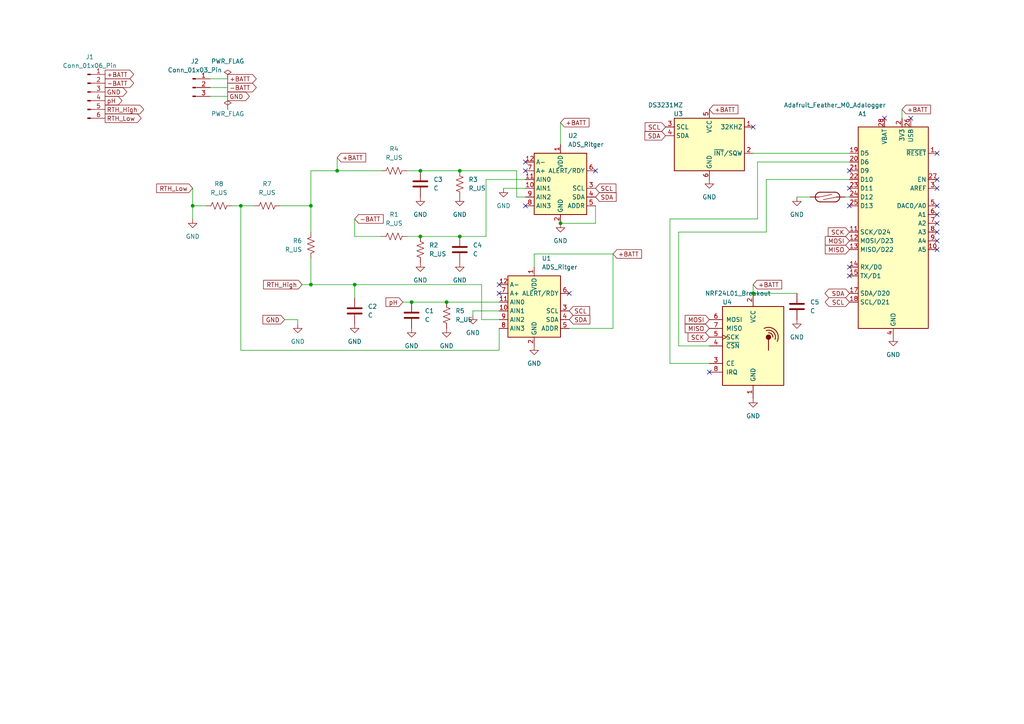
<source format=kicad_sch>
(kicad_sch (version 20230121) (generator eeschema)
  (paper "A4")
  (lib_symbols
    (symbol "Analog_ADC:ADS_Ritger"
      (property "Reference" "U" (at 2.54 13.97 0))
      (property "Value" "ADS_Ritger" (at 7.62 11.43 0))
      (symbol "ADS_Ritger_0_1"
        (rectangle (start -7.62 10.16) (end 7.62 -7.62) (stroke (width 0.254)) (fill (type background)))
      )
      (symbol "ADS_Ritger_1_1"
        (pin power_in line (at 0 12.7 270) (length 2.54) (name "VDD") (number "1"))
        (pin input line (at -10.16 0 0) (length 2.54) (name "AIN1") (number "10"))
        (pin input line (at -10.16 2.54 0) (length 2.54) (name "AIN0") (number "11"))
        (pin input line (at -10.16 7.62 0) (length 2.54) (name "A-") (number "12"))
        (pin power_in line (at 0 -10.16 90) (length 2.54) (name "GND") (number "2"))
        (pin input line (at 10.16 0 180) (length 2.54) (name "SCL") (number "3"))
        (pin bidirectional line (at 10.16 -2.54 180) (length 2.54) (name "SDA") (number "4"))
        (pin input line (at 10.16 -5.08 180) (length 2.54) (name "ADDR") (number "5"))
        (pin output line (at 10.16 5.08 180) (length 2.54) (name "ALERT/RDY") (number "6"))
        (pin input line (at -10.16 5.08 0) (length 2.54) (name "A+") (number "7"))
        (pin input line (at -10.16 -5.08 0) (length 2.54) (name "AIN3") (number "8"))
        (pin input line (at -10.16 -2.54 0) (length 2.54) (name "AIN2") (number "9"))
      )
    )
    (symbol "Connector:Conn_01x03_Pin" (pin_names (offset 1.016) hide)
      (property "Reference" "J" (at 0 5.08 0))
      (property "Value" "Conn_01x03_Pin" (at 0 -5.08 0))
      (symbol "Conn_01x03_Pin_1_1"
        (polyline (pts (xy 1.27 -2.54) (xy 0.8636 -2.54)) (stroke (width 0.1524)))
        (polyline (pts (xy 1.27 0) (xy 0.8636 0)) (stroke (width 0.1524)))
        (polyline (pts (xy 1.27 2.54) (xy 0.8636 2.54)) (stroke (width 0.1524)))
        (rectangle (start 0.8636 -2.413) (end 0 -2.667) (stroke (width 0.1524)) (fill (type outline)))
        (rectangle (start 0.8636 0.127) (end 0 -0.127) (stroke (width 0.1524)) (fill (type outline)))
        (rectangle (start 0.8636 2.667) (end 0 2.413) (stroke (width 0.1524)) (fill (type outline)))
        (pin passive line (at 5.08 2.54 180) (length 3.81) (name "Pin_1") (number "1"))
        (pin passive line (at 5.08 0 180) (length 3.81) (name "Pin_2") (number "2"))
        (pin passive line (at 5.08 -2.54 180) (length 3.81) (name "Pin_3") (number "3"))
      )
    )
    (symbol "Connector:Conn_01x06_Pin" (pin_names (offset 1.016) hide)
      (property "Reference" "J" (at 0 7.62 0))
      (property "Value" "Conn_01x06_Pin" (at 0 -10.16 0))
      (symbol "Conn_01x06_Pin_1_1"
        (polyline (pts (xy 1.27 -7.62) (xy 0.8636 -7.62)) (stroke (width 0.1524)))
        (polyline (pts (xy 1.27 -5.08) (xy 0.8636 -5.08)) (stroke (width 0.1524)))
        (polyline (pts (xy 1.27 -2.54) (xy 0.8636 -2.54)) (stroke (width 0.1524)))
        (polyline (pts (xy 1.27 0) (xy 0.8636 0)) (stroke (width 0.1524)))
        (polyline (pts (xy 1.27 2.54) (xy 0.8636 2.54)) (stroke (width 0.1524)))
        (polyline (pts (xy 1.27 5.08) (xy 0.8636 5.08)) (stroke (width 0.1524)))
        (rectangle (start 0.8636 -7.493) (end 0 -7.747) (stroke (width 0.1524)) (fill (type outline)))
        (rectangle (start 0.8636 -4.953) (end 0 -5.207) (stroke (width 0.1524)) (fill (type outline)))
        (rectangle (start 0.8636 -2.413) (end 0 -2.667) (stroke (width 0.1524)) (fill (type outline)))
        (rectangle (start 0.8636 0.127) (end 0 -0.127) (stroke (width 0.1524)) (fill (type outline)))
        (rectangle (start 0.8636 2.667) (end 0 2.413) (stroke (width 0.1524)) (fill (type outline)))
        (rectangle (start 0.8636 5.207) (end 0 4.953) (stroke (width 0.1524)) (fill (type outline)))
        (pin passive line (at 5.08 5.08 180) (length 3.81) (name "Pin_1") (number "1"))
        (pin passive line (at 5.08 2.54 180) (length 3.81) (name "Pin_2") (number "2"))
        (pin passive line (at 5.08 0 180) (length 3.81) (name "Pin_3") (number "3"))
        (pin passive line (at 5.08 -2.54 180) (length 3.81) (name "Pin_4") (number "4"))
        (pin passive line (at 5.08 -5.08 180) (length 3.81) (name "Pin_5") (number "5"))
        (pin passive line (at 5.08 -7.62 180) (length 3.81) (name "Pin_6") (number "6"))
      )
    )
    (symbol "Device:C" (pin_numbers hide) (pin_names (offset 0.254))
      (property "Reference" "C" (at 0.635 2.54 0))
      (property "Value" "C" (at 0.635 -2.54 0))
      (symbol "C_0_1"
        (polyline (pts (xy -2.032 -0.762) (xy 2.032 -0.762)) (stroke (width 0.508)))
        (polyline (pts (xy -2.032 0.762) (xy 2.032 0.762)) (stroke (width 0.508)))
      )
      (symbol "C_1_1"
        (pin passive line (at 0 3.81 270) (length 2.794) (name "~") (number "1"))
        (pin passive line (at 0 -3.81 90) (length 2.794) (name "~") (number "2"))
      )
    )
    (symbol "Device:R_US" (pin_numbers hide) (pin_names (offset 0))
      (property "Reference" "R" (at 2.54 0 90))
      (property "Value" "R_US" (at -2.54 0 90))
      (symbol "R_US_0_1"
        (polyline (pts (xy 0 -2.286) (xy 0 -2.54)))
        (polyline (pts (xy 0 2.286) (xy 0 2.54)))
        (polyline (pts (xy 0 -0.762) (xy 1.016 -1.143) (xy 0 -1.524) (xy -1.016 -1.905) (xy 0 -2.286)))
        (polyline (pts (xy 0 0.762) (xy 1.016 0.381) (xy 0 0) (xy -1.016 -0.381) (xy 0 -0.762)))
        (polyline (pts (xy 0 2.286) (xy 1.016 1.905) (xy 0 1.524) (xy -1.016 1.143) (xy 0 0.762)))
      )
      (symbol "R_US_1_1"
        (pin passive line (at 0 3.81 270) (length 1.27) (name "~") (number "1"))
        (pin passive line (at 0 -3.81 90) (length 1.27) (name "~") (number "2"))
      )
    )
    (symbol "MCU_Module:Adafruit_Feather_M0_Adalogger"
      (property "Reference" "A" (at -10.16 29.21 0))
      (property "Value" "Adafruit_Feather_M0_Adalogger" (at 2.54 -31.75 0))
      (symbol "Adafruit_Feather_M0_Adalogger_0_1"
        (rectangle (start -10.16 27.94) (end 10.16 -30.48) (stroke (width 0.254)) (fill (type background)))
      )
      (symbol "Adafruit_Feather_M0_Adalogger_1_1"
        (pin input line (at 12.7 20.32 180) (length 2.54) (name "~{RESET}") (number "1"))
        (pin bidirectional line (at 12.7 -7.62 180) (length 2.54) (name "A5") (number "10"))
        (pin bidirectional line (at -12.7 -2.54 0) (length 2.54) (name "SCK/D24") (number "11"))
        (pin bidirectional line (at -12.7 -5.08 0) (length 2.54) (name "MOSI/D23") (number "12"))
        (pin bidirectional line (at -12.7 -7.62 0) (length 2.54) (name "MISO/D22") (number "13"))
        (pin bidirectional line (at -12.7 -12.7 0) (length 2.54) (name "RX/D0") (number "14"))
        (pin bidirectional line (at -12.7 -15.24 0) (length 2.54) (name "TX/D1") (number "15"))
        (pin passive line (at 0 -33.02 90) (length 2.54) hide (name "GND") (number "16"))
        (pin bidirectional line (at -12.7 -20.32 0) (length 2.54) (name "SDA/D20") (number "17"))
        (pin bidirectional line (at -12.7 -22.86 0) (length 2.54) (name "SCL/D21") (number "18"))
        (pin bidirectional line (at -12.7 20.32 0) (length 2.54) (name "D5") (number "19"))
        (pin power_in line (at 2.54 30.48 270) (length 2.54) (name "3V3") (number "2"))
        (pin bidirectional line (at -12.7 17.78 0) (length 2.54) (name "D6") (number "20"))
        (pin bidirectional line (at -12.7 15.24 0) (length 2.54) (name "D9") (number "21"))
        (pin bidirectional line (at -12.7 12.7 0) (length 2.54) (name "D10") (number "22"))
        (pin bidirectional line (at -12.7 10.16 0) (length 2.54) (name "D11") (number "23"))
        (pin bidirectional line (at -12.7 7.62 0) (length 2.54) (name "D12") (number "24"))
        (pin bidirectional line (at -12.7 5.08 0) (length 2.54) (name "D13") (number "25"))
        (pin power_in line (at 5.08 30.48 270) (length 2.54) (name "USB") (number "26"))
        (pin input line (at 12.7 12.7 180) (length 2.54) (name "EN") (number "27"))
        (pin power_in line (at -2.54 30.48 270) (length 2.54) (name "VBAT") (number "28"))
        (pin input line (at 12.7 10.16 180) (length 2.54) (name "AREF") (number "3"))
        (pin power_in line (at 0 -33.02 90) (length 2.54) (name "GND") (number "4"))
        (pin bidirectional line (at 12.7 5.08 180) (length 2.54) (name "DAC0/A0") (number "5"))
        (pin bidirectional line (at 12.7 2.54 180) (length 2.54) (name "A1") (number "6"))
        (pin bidirectional line (at 12.7 0 180) (length 2.54) (name "A2") (number "7"))
        (pin bidirectional line (at 12.7 -2.54 180) (length 2.54) (name "A3") (number "8"))
        (pin bidirectional line (at 12.7 -5.08 180) (length 2.54) (name "A4") (number "9"))
      )
    )
    (symbol "RF:NRF24L01_Breakout" (pin_names (offset 1.016))
      (property "Reference" "U" (at -8.89 12.7 0))
      (property "Value" "NRF24L01_Breakout" (at 3.81 12.7 0))
      (symbol "NRF24L01_Breakout_0_1"
        (rectangle (start -8.89 11.43) (end 8.89 -11.43) (stroke (width 0.254)) (fill (type background)))
        (polyline (pts (xy 4.445 1.905) (xy 4.445 -1.27)) (stroke (width 0.254)))
        (circle (center 4.445 2.54) (radius 0.635) (stroke (width 0.254)) (fill (type outline)))
        (arc (start 5.715 2.54) (mid 5.3521 3.4546) (end 4.445 3.81) (stroke (width 0.254)))
        (arc (start 6.35 1.905) (mid 5.8763 3.9854) (end 3.81 4.445) (stroke (width 0.254)))
        (arc (start 6.985 1.27) (mid 6.453 4.548) (end 3.175 5.08) (stroke (width 0.254)))
      )
      (symbol "NRF24L01_Breakout_1_1"
        (pin power_in line (at 0 -15.24 90) (length 3.81) (name "GND") (number "1"))
        (pin power_in line (at 0 15.24 270) (length 3.81) (name "VCC") (number "2"))
        (pin input line (at -12.7 -5.08 0) (length 3.81) (name "CE") (number "3"))
        (pin input line (at -12.7 0 0) (length 3.81) (name "~{CSN}") (number "4"))
        (pin input clock (at -12.7 2.54 0) (length 3.81) (name "SCK") (number "5"))
        (pin input line (at -12.7 7.62 0) (length 3.81) (name "MOSI") (number "6"))
        (pin output line (at -12.7 5.08 0) (length 3.81) (name "MISO") (number "7"))
        (pin output line (at -12.7 -7.62 0) (length 3.81) (name "IRQ") (number "8"))
      )
    )
    (symbol "Switch:SW_Reed" (pin_numbers hide) (pin_names (offset 0) hide)
      (property "Reference" "SW" (at 0 2.54 0))
      (property "Value" "SW_Reed" (at 0 -2.54 0))
      (symbol "SW_Reed_0_0"
        (arc (start -2.159 1.397) (mid -3.55 0) (end -2.159 -1.397) (stroke (width 0.254)))
        (polyline (pts (xy -2.54 0) (xy 1.27 0.762)))
        (polyline (pts (xy -2.159 -1.397) (xy 2.286 -1.397)) (stroke (width 0.254)))
        (polyline (pts (xy 2.159 1.397) (xy -2.159 1.397)) (stroke (width 0.254)))
        (polyline (pts (xy 2.54 0) (xy -1.27 -0.762)))
        (arc (start 2.159 -1.397) (mid 3.55 0) (end 2.159 1.397) (stroke (width 0.254)))
      )
      (symbol "SW_Reed_1_1"
        (pin passive line (at -5.08 0 0) (length 2.54) (name "1") (number "1"))
        (pin passive line (at 5.08 0 180) (length 2.54) (name "2") (number "2"))
      )
    )
    (symbol "Timer_RTC:DS3231MZ"
      (property "Reference" "U" (at -7.62 8.89 0))
      (property "Value" "DS3231MZ" (at 11.43 8.89 0))
      (symbol "DS3231MZ_0_1"
        (rectangle (start -10.16 7.62) (end 10.16 -7.62) (stroke (width 0.254)) (fill (type background)))
      )
      (symbol "DS3231MZ_1_1"
        (pin open_collector line (at 12.7 5.08 180) (length 2.54) (name "32KHZ") (number "1"))
        (pin open_collector line (at 12.7 -2.54 180) (length 2.54) (name "~{INT}/SQW") (number "2"))
        (pin input line (at -12.7 5.08 0) (length 2.54) (name "SCL") (number "3"))
        (pin bidirectional line (at -12.7 2.54 0) (length 2.54) (name "SDA") (number "4"))
        (pin power_in line (at 0 10.16 270) (length 2.54) (name "VCC") (number "5"))
        (pin power_in line (at 0 -10.16 90) (length 2.54) (name "GND") (number "6"))
      )
    )
    (symbol "power:GND" (power) (pin_names (offset 0))
      (property "Value" "GND" (at 0 -3.81 0))
      (symbol "GND_0_1"
        (polyline (pts (xy 0 0) (xy 0 -1.27) (xy 1.27 -1.27) (xy 0 -2.54) (xy -1.27 -1.27) (xy 0 -1.27)))
      )
      (symbol "GND_1_1"
        (pin power_in line (at 0 0 270) (length 0) hide (name "GND") (number "1"))
      )
    )
    (symbol "power:PWR_FLAG" (power) (pin_numbers hide) (pin_names (offset 0) hide)
      (property "Value" "PWR_FLAG" (at 0 3.81 0))
      (symbol "PWR_FLAG_0_0"
        (pin power_out line (at 0 0 90) (length 0) (name "pwr") (number "1"))
      )
      (symbol "PWR_FLAG_0_1"
        (polyline (pts (xy 0 0) (xy 0 1.27) (xy -1.016 1.905) (xy 0 2.54) (xy 1.016 1.905) (xy 0 1.27)))
      )
    )
  )
  (junction (at 102.87 82.55))
  (junction (at 121.92 68.58))
  (junction (at 55.88 59.69))
  (junction (at 90.17 82.55))
  (junction (at 119.38 87.63))
  (junction (at 69.85 59.69))
  (junction (at 133.35 49.53))
  (junction (at 133.35 68.58))
  (junction (at 97.79 49.53))
  (junction (at 90.17 59.69))
  (junction (at 162.56 64.77))
  (junction (at 129.54 87.63))
  (junction (at 121.92 49.53))
  (junction (at 218.44 85.09))
  (no_connect (at 165.1 85.09))
  (no_connect (at 271.78 52.07))
  (no_connect (at 144.78 82.55))
  (no_connect (at 205.74 107.95))
  (no_connect (at 246.38 54.61))
  (no_connect (at 271.78 59.69))
  (no_connect (at 152.4 59.69))
  (no_connect (at 152.4 46.99))
  (no_connect (at 264.16 34.29))
  (no_connect (at 271.78 54.61))
  (no_connect (at 218.44 36.83))
  (no_connect (at 271.78 44.45))
  (no_connect (at 271.78 62.23))
  (no_connect (at 271.78 72.39))
  (no_connect (at 246.38 80.01))
  (no_connect (at 271.78 69.85))
  (no_connect (at 172.72 49.53))
  (no_connect (at 152.4 49.53))
  (no_connect (at 246.38 77.47))
  (no_connect (at 246.38 49.53))
  (no_connect (at 271.78 67.31))
  (no_connect (at 271.78 64.77))
  (no_connect (at 256.54 34.29))
  (no_connect (at 246.38 59.69))
  (no_connect (at 144.78 85.09))
  (wire (pts (xy 219.71 46.99) (xy 219.71 63.5)))
  (wire (pts (xy 162.56 64.77) (xy 172.72 64.77)))
  (wire (pts (xy 55.88 59.69) (xy 55.88 54.61)))
  (wire (pts (xy 97.79 49.53) (xy 97.79 45.72)))
  (wire (pts (xy 116.84 87.63) (xy 119.38 87.63)))
  (wire (pts (xy 69.85 59.69) (xy 73.66 59.69)))
  (wire (pts (xy 97.79 49.53) (xy 110.49 49.53)))
  (wire (pts (xy 121.92 49.53) (xy 133.35 49.53)))
  (wire (pts (xy 219.71 46.99) (xy 246.38 46.99)))
  (wire (pts (xy 90.17 59.69) (xy 90.17 49.53)))
  (wire (pts (xy 165.1 95.25) (xy 177.8 95.25)))
  (wire (pts (xy 66.04 27.94) (xy 60.96 27.94)))
  (wire (pts (xy 218.44 85.09) (xy 231.14 85.09)))
  (wire (pts (xy 139.7 92.71) (xy 139.7 82.55)))
  (wire (pts (xy 66.04 27.94) (xy 66.04 31.75)))
  (wire (pts (xy 218.44 82.55) (xy 218.44 85.09)))
  (wire (pts (xy 67.31 59.69) (xy 69.85 59.69)))
  (wire (pts (xy 137.16 90.17) (xy 144.78 90.17)))
  (wire (pts (xy 140.97 52.07) (xy 152.4 52.07)))
  (wire (pts (xy 246.38 44.45) (xy 218.44 44.45)))
  (wire (pts (xy 149.86 49.53) (xy 149.86 57.15)))
  (wire (pts (xy 137.16 90.17) (xy 137.16 91.44)))
  (wire (pts (xy 194.31 63.5) (xy 194.31 105.41)))
  (wire (pts (xy 55.88 59.69) (xy 59.69 59.69)))
  (wire (pts (xy 177.8 95.25) (xy 177.8 73.66)))
  (wire (pts (xy 118.11 49.53) (xy 121.92 49.53)))
  (wire (pts (xy 102.87 82.55) (xy 102.87 86.36)))
  (wire (pts (xy 149.86 57.15) (xy 152.4 57.15)))
  (wire (pts (xy 55.88 63.5) (xy 55.88 59.69)))
  (wire (pts (xy 66.04 22.86) (xy 60.96 22.86)))
  (wire (pts (xy 146.05 54.61) (xy 152.4 54.61)))
  (wire (pts (xy 139.7 92.71) (xy 144.78 92.71)))
  (wire (pts (xy 144.78 101.6) (xy 144.78 95.25)))
  (wire (pts (xy 144.78 101.6) (xy 69.85 101.6)))
  (wire (pts (xy 222.25 67.31) (xy 196.85 67.31)))
  (wire (pts (xy 119.38 87.63) (xy 129.54 87.63)))
  (wire (pts (xy 133.35 68.58) (xy 140.97 68.58)))
  (wire (pts (xy 154.94 73.66) (xy 154.94 77.47)))
  (wire (pts (xy 196.85 100.33) (xy 205.74 100.33)))
  (wire (pts (xy 90.17 74.93) (xy 90.17 82.55)))
  (wire (pts (xy 102.87 68.58) (xy 102.87 63.5)))
  (wire (pts (xy 69.85 59.69) (xy 69.85 101.6)))
  (wire (pts (xy 172.72 59.69) (xy 172.72 64.77)))
  (wire (pts (xy 102.87 68.58) (xy 110.49 68.58)))
  (wire (pts (xy 90.17 67.31) (xy 90.17 59.69)))
  (wire (pts (xy 231.14 57.15) (xy 234.95 57.15)))
  (wire (pts (xy 121.92 68.58) (xy 133.35 68.58)))
  (wire (pts (xy 245.11 57.15) (xy 246.38 57.15)))
  (wire (pts (xy 162.56 35.56) (xy 162.56 41.91)))
  (wire (pts (xy 219.71 63.5) (xy 194.31 63.5)))
  (wire (pts (xy 86.36 93.98) (xy 86.36 92.71)))
  (wire (pts (xy 129.54 87.63) (xy 144.78 87.63)))
  (wire (pts (xy 90.17 49.53) (xy 97.79 49.53)))
  (wire (pts (xy 261.62 31.75) (xy 261.62 34.29)))
  (wire (pts (xy 222.25 52.07) (xy 222.25 67.31)))
  (wire (pts (xy 246.38 52.07) (xy 222.25 52.07)))
  (wire (pts (xy 86.36 92.71) (xy 82.55 92.71)))
  (wire (pts (xy 196.85 67.31) (xy 196.85 100.33)))
  (wire (pts (xy 60.96 25.4) (xy 66.04 25.4)))
  (wire (pts (xy 177.8 73.66) (xy 154.94 73.66)))
  (wire (pts (xy 102.87 82.55) (xy 139.7 82.55)))
  (wire (pts (xy 81.28 59.69) (xy 90.17 59.69)))
  (wire (pts (xy 118.11 68.58) (xy 121.92 68.58)))
  (wire (pts (xy 194.31 105.41) (xy 205.74 105.41)))
  (wire (pts (xy 133.35 49.53) (xy 149.86 49.53)))
  (wire (pts (xy 87.63 82.55) (xy 90.17 82.55)))
  (wire (pts (xy 90.17 82.55) (xy 102.87 82.55)))
  (wire (pts (xy 140.97 68.58) (xy 140.97 52.07)))
  (global_label "SDA" (shape bidirectional) (at 246.38 85.09 180) (property "Intersheetrefs" "${INTERSHEET_REFS}" (effects hide)))
  (global_label "SCK" (shape input) (at 246.38 67.31 180) (property "Intersheetrefs" "${INTERSHEET_REFS}" (effects hide)))
  (global_label "+BATT" (shape input) (at 218.44 82.55 0) (property "Intersheetrefs" "${INTERSHEET_REFS}" (effects hide)))
  (global_label "+BATT" (shape input) (at 177.8 73.66 0) (property "Intersheetrefs" "${INTERSHEET_REFS}" (effects hide)))
  (global_label "-BATT" (shape output) (at 66.04 25.4 0) (property "Intersheetrefs" "${INTERSHEET_REFS}" (effects hide)))
  (global_label "RTH_Low" (shape input) (at 55.88 54.61 180) (property "Intersheetrefs" "${INTERSHEET_REFS}" (effects hide)))
  (global_label "+BATT" (shape output) (at 66.04 22.86 0) (property "Intersheetrefs" "${INTERSHEET_REFS}" (effects hide)))
  (global_label "SCL" (shape input) (at 193.04 36.83 180) (property "Intersheetrefs" "${INTERSHEET_REFS}" (effects hide)))
  (global_label "-BATT" (shape output) (at 30.48 24.13 0) (property "Intersheetrefs" "${INTERSHEET_REFS}" (effects hide)))
  (global_label "MISO" (shape input) (at 205.74 95.25 180) (property "Intersheetrefs" "${INTERSHEET_REFS}" (effects hide)))
  (global_label "+BATT" (shape input) (at 261.62 31.75 0) (property "Intersheetrefs" "${INTERSHEET_REFS}" (effects hide)))
  (global_label "-BATT" (shape input) (at 102.87 63.5 0) (property "Intersheetrefs" "${INTERSHEET_REFS}" (effects hide)))
  (global_label "MOSI" (shape input) (at 246.38 69.85 180) (property "Intersheetrefs" "${INTERSHEET_REFS}" (effects hide)))
  (global_label "SCL" (shape input) (at 172.72 54.61 0) (property "Intersheetrefs" "${INTERSHEET_REFS}" (effects hide)))
  (global_label "SCL" (shape bidirectional) (at 246.38 87.63 180) (property "Intersheetrefs" "${INTERSHEET_REFS}" (effects hide)))
  (global_label "SDA" (shape input) (at 172.72 57.15 0) (property "Intersheetrefs" "${INTERSHEET_REFS}" (effects hide)))
  (global_label "SCK" (shape input) (at 205.74 97.79 180) (property "Intersheetrefs" "${INTERSHEET_REFS}" (effects hide)))
  (global_label "pH" (shape output) (at 30.48 29.21 0) (property "Intersheetrefs" "${INTERSHEET_REFS}" (effects hide)))
  (global_label "RTH_High" (shape input) (at 87.63 82.55 180) (property "Intersheetrefs" "${INTERSHEET_REFS}" (effects hide)))
  (global_label "+BATT" (shape input) (at 205.74 31.75 0) (property "Intersheetrefs" "${INTERSHEET_REFS}" (effects hide)))
  (global_label "GND" (shape input) (at 82.55 92.71 180) (property "Intersheetrefs" "${INTERSHEET_REFS}" (effects hide)))
  (global_label "SCL" (shape input) (at 165.1 90.17 0) (property "Intersheetrefs" "${INTERSHEET_REFS}" (effects hide)))
  (global_label "GND" (shape output) (at 30.48 26.67 0) (property "Intersheetrefs" "${INTERSHEET_REFS}" (effects hide)))
  (global_label "RTH_High" (shape output) (at 30.48 31.75 0) (property "Intersheetrefs" "${INTERSHEET_REFS}" (effects hide)))
  (global_label "SDA" (shape input) (at 193.04 39.37 180) (property "Intersheetrefs" "${INTERSHEET_REFS}" (effects hide)))
  (global_label "GND" (shape output) (at 66.04 27.94 0) (property "Intersheetrefs" "${INTERSHEET_REFS}" (effects hide)))
  (global_label "+BATT" (shape input) (at 97.79 45.72 0) (property "Intersheetrefs" "${INTERSHEET_REFS}" (effects hide)))
  (global_label "MOSI" (shape input) (at 205.74 92.71 180) (property "Intersheetrefs" "${INTERSHEET_REFS}" (effects hide)))
  (global_label "+BATT" (shape output) (at 30.48 21.59 0) (property "Intersheetrefs" "${INTERSHEET_REFS}" (effects hide)))
  (global_label "+BATT" (shape input) (at 162.56 35.56 0) (property "Intersheetrefs" "${INTERSHEET_REFS}" (effects hide)))
  (global_label "MISO" (shape input) (at 246.38 72.39 180) (property "Intersheetrefs" "${INTERSHEET_REFS}" (effects hide)))
  (global_label "pH" (shape input) (at 116.84 87.63 180) (property "Intersheetrefs" "${INTERSHEET_REFS}" (effects hide)))
  (global_label "RTH_Low" (shape output) (at 30.48 34.29 0) (property "Intersheetrefs" "${INTERSHEET_REFS}" (effects hide)))
  (global_label "SDA" (shape input) (at 165.1 92.71 0) (property "Intersheetrefs" "${INTERSHEET_REFS}" (effects hide)))
  (symbol (lib_id "Timer_RTC:DS3231MZ") (at 205.74 41.91 0) (unit 1)
    (property "Reference" "U3" (at 198.12 33.02 0) (effects (justify right)))
    (property "Value" "DS3231MZ" (at 198.12 30.48 0) (effects (justify right)))
    (property "Footprint" "Library:DS3231RTC_amelia" (effects hide))
    (property "Datasheet" "http://datasheets.maximintegrated.com/en/ds/DS3231M.pdf" (effects hide))
  )
  (symbol (lib_id "power:GND") (at 129.54 95.25 0) (unit 1)
    (property "Reference" "#PWR08" (effects hide))
    (property "Value" "GND" (at 129.54 100.33 0))
  )
  (symbol (lib_id "Device:R_US") (at 129.54 91.44 0) (unit 1)
    (property "Reference" "R5" (at 132.08 90.17 0) (effects (justify left)))
    (property "Value" "R_US" (at 132.08 92.71 0) (effects (justify left)))
    (property "Footprint" "Resistor_SMD:R_0603_1608Metric_Pad0.98x0.95mm_HandSolder" (effects hide))
  )
  (symbol (lib_id "Analog_ADC:ADS_Ritger") (at 154.94 90.17 0) (unit 1)
    (property "Reference" "U1" (at 157.1341 74.93 0) (effects (justify left)))
    (property "Value" "ADS_Ritger" (at 157.1341 77.47 0) (effects (justify left)))
    (property "Footprint" "Library:ADC_amelia_nomount" (effects hide))
    (property "Datasheet" "http://www.ti.com/lit/ds/symlink/ads1015.pdf" (effects hide))
  )
  (symbol (lib_id "Device:C") (at 119.38 91.44 0) (unit 1)
    (property "Reference" "C1" (at 123.19 90.17 0) (effects (justify left)))
    (property "Value" "C" (at 123.19 92.71 0) (effects (justify left)))
    (property "Footprint" "Capacitor_SMD:C_1206_3216Metric_Pad1.33x1.80mm_HandSolder" (effects hide))
  )
  (symbol (lib_id "power:GND") (at 119.38 95.25 0) (unit 1)
    (property "Reference" "#PWR09" (effects hide))
    (property "Value" "GND" (at 119.38 100.33 0))
  )
  (symbol (lib_id "Device:C") (at 231.14 88.9 0) (unit 1)
    (property "Reference" "C5" (at 234.95 87.63 0) (effects (justify left)))
    (property "Value" "C" (at 234.95 90.17 0) (effects (justify left)))
    (property "Footprint" "Capacitor_SMD:C_1206_3216Metric_Pad1.33x1.80mm_HandSolder" (effects hide))
  )
  (symbol (lib_id "MCU_Module:Adafruit_Feather_M0_Adalogger") (at 259.08 64.77 0) (unit 1)
    (property "Reference" "A1" (at 248.92 33.02 0) (effects (justify left)))
    (property "Value" "Adafruit_Feather_M0_Adalogger" (at 227.33 30.48 0) (effects (justify left)))
    (property "Footprint" "Library:Adalogger_amelia_nomount" (effects hide))
    (property "Datasheet" "https://cdn-learn.adafruit.com/downloads/pdf/adafruit-feather-m0-adalogger.pdf" (effects hide))
  )
  (symbol (lib_id "Analog_ADC:ADS_Ritger") (at 162.56 54.61 0) (unit 1)
    (property "Reference" "U2" (at 164.7541 39.37 0) (effects (justify left)))
    (property "Value" "ADS_Ritger" (at 164.7541 41.91 0) (effects (justify left)))
    (property "Footprint" "Library:ADC_amelia_nomount" (effects hide))
    (property "Datasheet" "http://www.ti.com/lit/ds/symlink/ads1015.pdf" (effects hide))
  )
  (symbol (lib_id "power:GND") (at 121.92 57.15 0) (unit 1)
    (property "Reference" "#PWR03" (effects hide))
    (property "Value" "GND" (at 121.92 62.23 0))
  )
  (symbol (lib_id "power:GND") (at 162.56 64.77 0) (unit 1)
    (property "Reference" "#PWR015" (effects hide))
    (property "Value" "GND" (at 162.56 69.85 0))
  )
  (symbol (lib_id "power:GND") (at 146.05 54.61 0) (unit 1)
    (property "Reference" "#PWR016" (effects hide))
    (property "Value" "GND" (at 146.05 59.69 0))
  )
  (symbol (lib_id "Device:R_US") (at 133.35 53.34 0) (unit 1)
    (property "Reference" "R3" (at 135.89 52.07 0) (effects (justify left)))
    (property "Value" "R_US" (at 135.89 54.61 0) (effects (justify left)))
    (property "Footprint" "Resistor_SMD:R_0603_1608Metric_Pad0.98x0.95mm_HandSolder" (effects hide))
  )
  (symbol (lib_id "Device:R_US") (at 121.92 72.39 0) (unit 1)
    (property "Reference" "R2" (at 124.46 71.12 0) (effects (justify left)))
    (property "Value" "R_US" (at 124.46 73.66 0) (effects (justify left)))
    (property "Footprint" "Resistor_SMD:R_0603_1608Metric_Pad0.98x0.95mm_HandSolder" (effects hide))
  )
  (symbol (lib_id "power:GND") (at 231.14 92.71 0) (unit 1)
    (property "Reference" "#PWR02" (effects hide))
    (property "Value" "GND" (at 231.14 97.79 0))
  )
  (symbol (lib_id "power:GND") (at 102.87 93.98 0) (unit 1)
    (property "Reference" "#PWR010" (effects hide))
    (property "Value" "GND" (at 102.87 99.06 0))
  )
  (symbol (lib_id "power:GND") (at 133.35 76.2 0) (unit 1)
    (property "Reference" "#PWR06" (effects hide))
    (property "Value" "GND" (at 133.35 81.28 0))
  )
  (symbol (lib_id "Device:C") (at 102.87 90.17 0) (unit 1)
    (property "Reference" "C2" (at 106.68 88.9 0) (effects (justify left)))
    (property "Value" "C" (at 106.68 91.44 0) (effects (justify left)))
    (property "Footprint" "Capacitor_SMD:C_1206_3216Metric_Pad1.33x1.80mm_HandSolder" (effects hide))
  )
  (symbol (lib_id "Switch:SW_Reed") (at 240.03 57.15 0) (unit 1)
    (property "Reference" "SW1" (effects hide))
    (property "Value" "SW_Reed" (effects hide))
    (property "Footprint" "Library:REED_amelia" (effects hide))
  )
  (symbol (lib_id "power:PWR_FLAG") (at 66.04 22.86 0) (unit 1)
    (property "Reference" "#FLG01" (effects hide))
    (property "Value" "PWR_FLAG" (at 66.04 17.78 0))
  )
  (symbol (lib_id "power:GND") (at 154.94 100.33 0) (unit 1)
    (property "Reference" "#PWR013" (effects hide))
    (property "Value" "GND" (at 154.94 105.41 0))
  )
  (symbol (lib_id "Connector:Conn_01x03_Pin") (at 55.88 25.4 0) (unit 1)
    (property "Reference" "J2" (at 56.515 17.78 0))
    (property "Value" "Conn_01x03_Pin" (at 56.515 20.32 0))
    (property "Footprint" "Connector_PinSocket_2.54mm:PinSocket_1x03_P2.54mm_Horizontal" (effects hide))
  )
  (symbol (lib_id "Device:R_US") (at 63.5 59.69 90) (unit 1)
    (property "Reference" "R8" (at 63.5 53.34 90))
    (property "Value" "R_US" (at 63.5 55.88 90))
    (property "Footprint" "Resistor_SMD:R_0603_1608Metric_Pad0.98x0.95mm_HandSolder" (effects hide))
  )
  (symbol (lib_id "Device:R_US") (at 114.3 49.53 90) (unit 1)
    (property "Reference" "R4" (at 114.3 43.18 90))
    (property "Value" "R_US" (at 114.3 45.72 90))
    (property "Footprint" "Resistor_SMD:R_0603_1608Metric_Pad0.98x0.95mm_HandSolder" (effects hide))
  )
  (symbol (lib_id "Device:C") (at 121.92 53.34 0) (unit 1)
    (property "Reference" "C3" (at 125.73 52.07 0) (effects (justify left)))
    (property "Value" "C" (at 125.73 54.61 0) (effects (justify left)))
    (property "Footprint" "Capacitor_SMD:C_1206_3216Metric_Pad1.33x1.80mm_HandSolder" (effects hide))
  )
  (symbol (lib_id "power:PWR_FLAG") (at 66.04 31.75 0) (unit 1)
    (property "Reference" "#FLG02" (effects hide))
    (property "Value" "PWR_FLAG" (at 66.04 33.02 0))
  )
  (symbol (lib_id "power:GND") (at 86.36 93.98 0) (unit 1)
    (property "Reference" "#PWR011" (effects hide))
    (property "Value" "GND" (at 86.36 99.06 0))
  )
  (symbol (lib_id "Device:C") (at 133.35 72.39 0) (unit 1)
    (property "Reference" "C4" (at 137.16 71.12 0) (effects (justify left)))
    (property "Value" "C" (at 137.16 73.66 0) (effects (justify left)))
    (property "Footprint" "Capacitor_SMD:C_1206_3216Metric_Pad1.33x1.80mm_HandSolder" (effects hide))
  )
  (symbol (lib_id "power:GND") (at 137.16 91.44 0) (unit 1)
    (property "Reference" "#PWR014" (effects hide))
    (property "Value" "GND" (at 137.16 96.52 0))
  )
  (symbol (lib_id "power:GND") (at 218.44 115.57 0) (unit 1)
    (property "Reference" "#PWR023" (effects hide))
    (property "Value" "GND" (at 218.44 120.65 0))
  )
  (symbol (lib_id "Device:R_US") (at 90.17 71.12 0) (mirror y) (unit 1)
    (property "Reference" "R6" (at 87.63 69.85 0) (effects (justify left)))
    (property "Value" "R_US" (at 87.63 72.39 0) (effects (justify left)))
    (property "Footprint" "Resistor_SMD:R_0603_1608Metric_Pad0.98x0.95mm_HandSolder" (effects hide))
  )
  (symbol (lib_id "power:GND") (at 259.08 97.79 0) (unit 1)
    (property "Reference" "#PWR01" (effects hide))
    (property "Value" "GND" (at 259.08 102.87 0))
  )
  (symbol (lib_id "power:GND") (at 55.88 63.5 0) (unit 1)
    (property "Reference" "#PWR07" (effects hide))
    (property "Value" "GND" (at 55.88 68.58 0))
  )
  (symbol (lib_id "RF:NRF24L01_Breakout") (at 218.44 100.33 0) (unit 1)
    (property "Reference" "U4" (at 209.55 87.63 0) (effects (justify left)))
    (property "Value" "NRF24L01_Breakout" (at 204.47 85.09 0) (effects (justify left)))
    (property "Footprint" "Library:NRF24L01Module" (effects hide))
    (property "Datasheet" "http://www.nordicsemi.com/eng/content/download/2730/34105/file/nRF24L01_Product_Specification_v2_0.pdf" (effects hide))
  )
  (symbol (lib_id "Device:R_US") (at 114.3 68.58 90) (unit 1)
    (property "Reference" "R1" (at 114.3 62.23 90))
    (property "Value" "R_US" (at 114.3 64.77 90))
    (property "Footprint" "Resistor_SMD:R_0603_1608Metric_Pad0.98x0.95mm_HandSolder" (effects hide))
  )
  (symbol (lib_id "power:GND") (at 121.92 76.2 0) (unit 1)
    (property "Reference" "#PWR05" (effects hide))
    (property "Value" "GND" (at 121.92 81.28 0))
  )
  (symbol (lib_id "Device:R_US") (at 77.47 59.69 90) (unit 1)
    (property "Reference" "R7" (at 77.47 53.34 90))
    (property "Value" "R_US" (at 77.47 55.88 90))
    (property "Footprint" "Resistor_SMD:R_0603_1608Metric_Pad0.98x0.95mm_HandSolder" (effects hide))
  )
  (symbol (lib_id "power:GND") (at 133.35 57.15 0) (unit 1)
    (property "Reference" "#PWR04" (effects hide))
    (property "Value" "GND" (at 133.35 62.23 0))
  )
  (symbol (lib_id "Connector:Conn_01x06_Pin") (at 25.4 26.67 0) (unit 1)
    (property "Reference" "J1" (at 26.035 16.51 0))
    (property "Value" "Conn_01x06_Pin" (at 26.035 19.05 0))
    (property "Footprint" "Connector_PinSocket_2.54mm:PinSocket_1x06_P2.54mm_Horizontal" (effects hide))
  )
  (symbol (lib_id "power:GND") (at 205.74 52.07 0) (unit 1)
    (property "Reference" "#PWR024" (effects hide))
    (property "Value" "GND" (at 205.74 57.15 0))
  )
  (symbol (lib_id "power:GND") (at 231.14 57.15 0) (unit 1)
    (property "Reference" "#PWR025" (effects hide))
    (property "Value" "GND" (at 231.14 62.23 0))
  )
)
</source>
